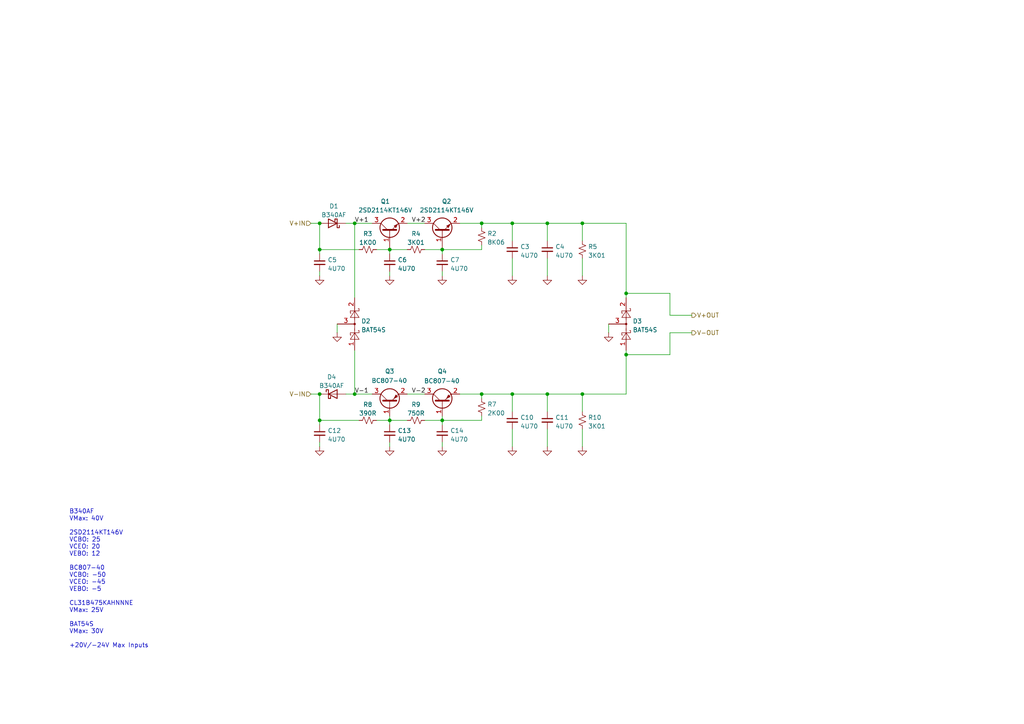
<source format=kicad_sch>
(kicad_sch (version 20231120) (generator "eeschema") (generator_version "8.0")
  (paper "A4")
  (title_block (title "Coil Pre-Amp") (date "2025-06-30") (rev "0.1.X") (company "ElectroOptical Innovations"))
  (lib_symbols
    (symbol "BAT54S_1" (pin_names (offset 0) hide)
      (property "Reference" "D" (at 2.54 -5.08 0))
      (property "Value" "BAT54S" (at -6.35 3.175 0))
      (symbol "BAT54S_1_0_1"
        (polyline (pts (xy -3.81 0) (xy -1.27 0)))
        (polyline (pts (xy -3.175 -1.27) (xy -3.175 -1.016)))
        (polyline (pts (xy -2.54 -1.27) (xy -3.175 -1.27)))
        (polyline (pts (xy -2.54 -1.27) (xy -2.54 1.27)))
        (polyline (pts (xy -2.54 1.27) (xy -1.905 1.27)))
        (polyline (pts (xy -1.905 0) (xy 1.905 0)))
        (polyline (pts (xy -1.905 1.27) (xy -1.905 1.016)))
        (polyline (pts (xy 1.27 0) (xy 3.81 0)))
        (polyline (pts (xy 3.175 -1.27) (xy 3.175 -1.016)))
        (polyline (pts (xy 3.81 -1.27) (xy 3.175 -1.27)))
        (polyline (pts (xy 3.81 -1.27) (xy 3.81 1.27)))
        (polyline (pts (xy 3.81 1.27) (xy 4.445 1.27)))
        (polyline (pts (xy 4.445 1.27) (xy 4.445 1.016)))
        (polyline (pts (xy -4.445 1.27) (xy -4.445 -1.27) (xy -2.54 0) (xy -4.445 1.27)))
        (polyline (pts (xy 1.905 1.27) (xy 1.905 -1.27) (xy 3.81 0) (xy 1.905 1.27)))
        (circle (center 0 0) (radius 0.254) (fill (type outline)))
      )
      (symbol "BAT54S_1_1_1"
        (pin passive line (at -7.62 0 0) (length 3.81) (name "A") (number "1"))
        (pin passive line (at 7.62 0 180) (length 3.81) (name "K") (number "2"))
        (pin passive line (at 0 -5.08 90) (length 5.08) (name "COM") (number "3"))
      )
    )
    (symbol "Device:C_Small" (pin_numbers hide) (pin_names (offset 0.254) hide)
      (property "Reference" "C" (at 0.254 1.778 0))
      (property "Value" "C_Small" (at 0.254 -2.032 0))
      (symbol "C_Small_0_1"
        (polyline (pts (xy -1.524 -0.508) (xy 1.524 -0.508)) (stroke (width 0.3302)))
        (polyline (pts (xy -1.524 0.508) (xy 1.524 0.508)) (stroke (width 0.3048)))
      )
      (symbol "C_Small_1_1"
        (pin passive line (at 0 2.54 270) (length 2.032) (name "~") (number "1"))
        (pin passive line (at 0 -2.54 90) (length 2.032) (name "~") (number "2"))
      )
    )
    (symbol "Device:R_Small_US" (pin_numbers hide) (pin_names (offset 0.254) hide)
      (property "Reference" "R" (at 0.762 0.508 0))
      (property "Value" "R_Small_US" (at 0.762 -1.016 0))
      (symbol "R_Small_US_1_1"
        (polyline (pts (xy 0 0) (xy 1.016 -0.381) (xy 0 -0.762) (xy -1.016 -1.143) (xy 0 -1.524)))
        (polyline (pts (xy 0 1.524) (xy 1.016 1.143) (xy 0 0.762) (xy -1.016 0.381) (xy 0 0)))
        (pin passive line (at 0 2.54 270) (length 1.016) (name "~") (number "1"))
        (pin passive line (at 0 -2.54 90) (length 1.016) (name "~") (number "2"))
      )
    )
    (symbol "Diode:B340" (pin_numbers hide) (pin_names (offset 1.016) hide)
      (property "Reference" "D" (at 0 2.54 0))
      (property "Value" "B340" (at 0 -2.54 0))
      (symbol "B340_0_1"
        (polyline (pts (xy 1.27 0) (xy -1.27 0)))
        (polyline (pts (xy 1.27 1.27) (xy 1.27 -1.27) (xy -1.27 0) (xy 1.27 1.27)) (stroke (width 0.254)))
        (polyline (pts (xy -1.905 0.635) (xy -1.905 1.27) (xy -1.27 1.27) (xy -1.27 -1.27) (xy -0.635 -1.27) (xy -0.635 -0.635)) (stroke (width 0.254)))
      )
      (symbol "B340_1_1"
        (pin passive line (at -3.81 0 0) (length 2.54) (name "K") (number "1"))
        (pin passive line (at 3.81 0 180) (length 2.54) (name "A") (number "2"))
      )
    )
    (symbol "Diode:BAT54S" (pin_names (offset 0) hide)
      (property "Reference" "D" (at 2.54 -5.08 0))
      (property "Value" "BAT54S" (at -6.35 3.175 0))
      (symbol "BAT54S_0_1"
        (polyline (pts (xy -3.81 0) (xy -1.27 0)))
        (polyline (pts (xy -3.175 -1.27) (xy -3.175 -1.016)))
        (polyline (pts (xy -2.54 -1.27) (xy -3.175 -1.27)))
        (polyline (pts (xy -2.54 -1.27) (xy -2.54 1.27)))
        (polyline (pts (xy -2.54 1.27) (xy -1.905 1.27)))
        (polyline (pts (xy -1.905 0) (xy 1.905 0)))
        (polyline (pts (xy -1.905 1.27) (xy -1.905 1.016)))
        (polyline (pts (xy 1.27 0) (xy 3.81 0)))
        (polyline (pts (xy 3.175 -1.27) (xy 3.175 -1.016)))
        (polyline (pts (xy 3.81 -1.27) (xy 3.175 -1.27)))
        (polyline (pts (xy 3.81 -1.27) (xy 3.81 1.27)))
        (polyline (pts (xy 3.81 1.27) (xy 4.445 1.27)))
        (polyline (pts (xy 4.445 1.27) (xy 4.445 1.016)))
        (polyline (pts (xy -4.445 1.27) (xy -4.445 -1.27) (xy -2.54 0) (xy -4.445 1.27)))
        (polyline (pts (xy 1.905 1.27) (xy 1.905 -1.27) (xy 3.81 0) (xy 1.905 1.27)))
        (circle (center 0 0) (radius 0.254) (fill (type outline)))
      )
      (symbol "BAT54S_1_1"
        (pin passive line (at -7.62 0 0) (length 3.81) (name "A") (number "1"))
        (pin passive line (at 7.62 0 180) (length 3.81) (name "K") (number "2"))
        (pin passive line (at 0 -5.08 90) (length 5.08) (name "COM") (number "3"))
      )
    )
    (symbol "EOI_Transistors:2SD2114KT146V" (pin_names (offset 0) hide)
      (property "Reference" "Q" (at 5.08 1.27 0))
      (property "Value" "2SD2114KT146V" (at 5.08 -1.27 0))
      (symbol "2SD2114KT146V_0_1"
        (polyline (pts (xy 0.635 0.635) (xy 2.54 2.54)))
        (polyline (pts (xy 0.635 -0.635) (xy 2.54 -2.54) (xy 2.54 -2.54)))
        (polyline (pts (xy 0.635 1.905) (xy 0.635 -1.905) (xy 0.635 -1.905)) (stroke (width 0.508)))
        (polyline (pts (xy 1.27 -1.778) (xy 1.778 -1.27) (xy 2.286 -2.286) (xy 1.27 -1.778) (xy 1.27 -1.778)) (fill (type outline)))
        (circle (center 1.27 0) (radius 2.8194) (stroke (width 0.254)))
      )
      (symbol "2SD2114KT146V_1_1"
        (pin input line (at -5.08 0 0) (length 5.715) (name "B") (number "1"))
        (pin passive line (at 2.54 -5.08 90) (length 2.54) (name "E") (number "2"))
        (pin passive line (at 2.54 5.08 270) (length 2.54) (name "C") (number "3"))
      )
    )
    (symbol "EOI_Transistors:BC807-40" (pin_names (offset 0) hide)
      (property "Reference" "Q" (at 5.08 1.27 0))
      (property "Value" "BC807-40" (at 5.08 -1.27 0))
      (symbol "BC807-40_0_1"
        (polyline (pts (xy -1.27 0) (xy 0.635 0)))
        (polyline (pts (xy 0.635 0.635) (xy 2.54 2.54)))
        (polyline (pts (xy 0.635 -0.635) (xy 2.54 -2.54) (xy 2.54 -2.54)))
        (polyline (pts (xy 0.635 1.905) (xy 0.635 -1.905) (xy 0.635 -1.905)) (stroke (width 0.508)))
        (polyline (pts (xy 2.286 -1.778) (xy 1.778 -2.286) (xy 1.27 -1.27) (xy 2.286 -1.778) (xy 2.286 -1.778)) (fill (type outline)))
        (circle (center 1.27 0) (radius 2.8194) (stroke (width 0.254)))
      )
      (symbol "BC807-40_1_1"
        (pin input line (at -3.81 0 0) (length 2.54) (name "B") (number "1"))
        (pin passive line (at 2.54 -5.08 90) (length 2.54) (name "E") (number "2"))
        (pin passive line (at 2.54 5.08 270) (length 2.54) (name "C") (number "3"))
      )
    )
    (symbol "power:GND" (power) (pin_numbers hide) (pin_names (offset 0) hide)
      (property "Value" "GND" (at 0 -3.81 0))
      (symbol "GND_0_1"
        (polyline (pts (xy 0 0) (xy 0 -1.27) (xy 1.27 -1.27) (xy 0 -2.54) (xy -1.27 -1.27) (xy 0 -1.27)))
      )
      (symbol "GND_1_1"
        (pin power_in line (at 0 0 270) (length 0) (name "~") (number "1"))
      )
    )
  )
  (junction (at 139.7 114.3))
  (junction (at 148.59 64.77))
  (junction (at 128.27 121.92))
  (junction (at 102.87 114.3))
  (junction (at 148.59 114.3))
  (junction (at 92.71 114.3))
  (junction (at 92.71 64.77))
  (junction (at 181.61 85.09))
  (junction (at 113.03 72.39))
  (junction (at 158.75 114.3))
  (junction (at 139.7 64.77))
  (junction (at 92.71 121.92))
  (junction (at 92.71 72.39))
  (junction (at 158.75 64.77))
  (junction (at 128.27 72.39))
  (junction (at 181.61 102.87))
  (junction (at 168.91 114.3))
  (junction (at 168.91 64.77))
  (junction (at 113.03 121.92))
  (junction (at 102.87 64.77))
  (wire (pts (xy 158.75 69.85) (xy 158.75 64.77)))
  (wire (pts (xy 118.11 72.39) (xy 113.03 72.39)))
  (wire (pts (xy 113.03 129.54) (xy 113.03 128.27)))
  (wire (pts (xy 92.71 121.92) (xy 104.14 121.92)))
  (wire (pts (xy 102.87 101.6) (xy 102.87 114.3)))
  (wire (pts (xy 168.91 129.54) (xy 168.91 124.46)))
  (wire (pts (xy 118.11 121.92) (xy 113.03 121.92)))
  (wire (pts (xy 158.75 119.38) (xy 158.75 114.3)))
  (wire (pts (xy 97.79 96.52) (xy 97.79 93.98)))
  (wire (pts (xy 148.59 64.77) (xy 148.59 69.85)))
  (wire (pts (xy 168.91 119.38) (xy 168.91 114.3)))
  (wire (pts (xy 181.61 85.09) (xy 181.61 86.36)))
  (wire (pts (xy 92.71 72.39) (xy 92.71 64.77)))
  (wire (pts (xy 139.7 114.3) (xy 133.35 114.3)))
  (wire (pts (xy 148.59 80.01) (xy 148.59 74.93)))
  (wire (pts (xy 128.27 73.66) (xy 128.27 72.39)))
  (wire (pts (xy 139.7 114.3) (xy 148.59 114.3)))
  (wire (pts (xy 139.7 64.77) (xy 148.59 64.77)))
  (wire (pts (xy 181.61 114.3) (xy 168.91 114.3)))
  (wire (pts (xy 194.31 102.87) (xy 181.61 102.87)))
  (wire (pts (xy 158.75 129.54) (xy 158.75 124.46)))
  (wire (pts (xy 92.71 80.01) (xy 92.71 78.74)))
  (wire (pts (xy 128.27 72.39) (xy 123.19 72.39)))
  (wire (pts (xy 139.7 115.57) (xy 139.7 114.3)))
  (wire (pts (xy 158.75 80.01) (xy 158.75 74.93)))
  (wire (pts (xy 102.87 114.3) (xy 107.95 114.3)))
  (wire (pts (xy 128.27 121.92) (xy 123.19 121.92)))
  (wire (pts (xy 148.59 114.3) (xy 158.75 114.3)))
  (wire (pts (xy 113.03 120.65) (xy 113.03 121.92)))
  (wire (pts (xy 90.17 114.3) (xy 92.71 114.3)))
  (wire (pts (xy 148.59 64.77) (xy 158.75 64.77)))
  (wire (pts (xy 128.27 120.65) (xy 128.27 121.92)))
  (wire (pts (xy 168.91 64.77) (xy 181.61 64.77)))
  (wire (pts (xy 181.61 64.77) (xy 181.61 85.09)))
  (wire (pts (xy 92.71 129.54) (xy 92.71 128.27)))
  (wire (pts (xy 194.31 96.52) (xy 194.31 102.87)))
  (wire (pts (xy 200.66 91.44) (xy 194.31 91.44)))
  (wire (pts (xy 128.27 129.54) (xy 128.27 128.27)))
  (wire (pts (xy 109.22 121.92) (xy 113.03 121.92)))
  (wire (pts (xy 113.03 73.66) (xy 113.03 72.39)))
  (wire (pts (xy 109.22 72.39) (xy 113.03 72.39)))
  (wire (pts (xy 139.7 121.92) (xy 128.27 121.92)))
  (wire (pts (xy 90.17 64.77) (xy 92.71 64.77)))
  (wire (pts (xy 107.95 64.77) (xy 102.87 64.77)))
  (wire (pts (xy 100.33 114.3) (xy 102.87 114.3)))
  (wire (pts (xy 123.19 64.77) (xy 118.11 64.77)))
  (wire (pts (xy 176.53 96.52) (xy 176.53 93.98)))
  (wire (pts (xy 139.7 120.65) (xy 139.7 121.92)))
  (wire (pts (xy 168.91 80.01) (xy 168.91 74.93)))
  (wire (pts (xy 102.87 64.77) (xy 100.33 64.77)))
  (wire (pts (xy 92.71 123.19) (xy 92.71 121.92)))
  (wire (pts (xy 128.27 123.19) (xy 128.27 121.92)))
  (wire (pts (xy 139.7 72.39) (xy 128.27 72.39)))
  (wire (pts (xy 139.7 71.12) (xy 139.7 72.39)))
  (wire (pts (xy 92.71 121.92) (xy 92.71 114.3)))
  (wire (pts (xy 118.11 114.3) (xy 123.19 114.3)))
  (wire (pts (xy 92.71 73.66) (xy 92.71 72.39)))
  (wire (pts (xy 148.59 114.3) (xy 148.59 119.38)))
  (wire (pts (xy 158.75 114.3) (xy 168.91 114.3)))
  (wire (pts (xy 158.75 64.77) (xy 168.91 64.77)))
  (wire (pts (xy 139.7 66.04) (xy 139.7 64.77)))
  (wire (pts (xy 102.87 86.36) (xy 102.87 64.77)))
  (wire (pts (xy 148.59 129.54) (xy 148.59 124.46)))
  (wire (pts (xy 194.31 91.44) (xy 194.31 85.09)))
  (wire (pts (xy 168.91 69.85) (xy 168.91 64.77)))
  (wire (pts (xy 113.03 80.01) (xy 113.03 78.74)))
  (wire (pts (xy 200.66 96.52) (xy 194.31 96.52)))
  (wire (pts (xy 128.27 80.01) (xy 128.27 78.74)))
  (wire (pts (xy 139.7 64.77) (xy 133.35 64.77)))
  (wire (pts (xy 181.61 101.6) (xy 181.61 102.87)))
  (wire (pts (xy 113.03 123.19) (xy 113.03 121.92)))
  (wire (pts (xy 92.71 72.39) (xy 104.14 72.39)))
  (wire (pts (xy 194.31 85.09) (xy 181.61 85.09)))
  (wire (pts (xy 181.61 102.87) (xy 181.61 114.3)))
  (text "B340AF\nVMax: 40V\n\n2SD2114KT146V\nVCBO: 25\nVCEO: 20\nVEBO: 12\n\nBC807-40\nVCBO: -50\nVCEO: -45\nVEBO: -5\n\nCL31B475KAHNNNE\nVMax: 25V\n\nBAT54S\nVMax: 30V\n\n+20V/-24V Max Inputs" (at 20.066 167.894 0) (effects (font (size 1.27 1.27)) (justify left)))
  (label "V+2" (at 119.38 64.77 0))
  (label "V-2" (at 119.38 114.3 0))
  (label "V+1" (at 102.87 64.77 0))
  (label "V-1" (at 102.87 114.3 0))
  (hierarchical_label "V-OUT" (shape output) (at 200.66 96.52 0))
  (hierarchical_label "V-IN" (shape input) (at 90.17 114.3 180))
  (hierarchical_label "V+OUT" (shape output) (at 200.66 91.44 0))
  (hierarchical_label "V+IN" (shape input) (at 90.17 64.77 180))
  (symbol (lib_id "Device:R_Small_US") (at 139.7 118.11 180) (unit 1)
    (property "Reference" "R7" (at 141.351 117.2753 0) (effects (justify right)))
    (property "Value" "2K00" (at 141.351 119.8122 0) (effects (justify right)))
    (property "Footprint" "Resistor_SMD:R_0402_1005Metric" (effects (hide yes)))
  )
  (symbol (lib_id "Device:C_Small") (at 92.71 76.2 0) (unit 1)
    (property "Reference" "C5" (at 95.0341 75.3716 0) (effects (justify left)))
    (property "Value" "4U70" (at 95.0341 77.9085 0) (effects (justify left)))
    (property "Footprint" "Capacitor_SMD:C_1206_3216Metric" (effects (hide yes)))
    (property "LCSC" "C1872" (effects (hide yes)))
    (property "ManuNum" "CL31B475KAHNNNE" (effects (hide yes)))
  )
  (symbol (lib_id "Device:C_Small") (at 128.27 125.73 0) (unit 1)
    (property "Reference" "C14" (at 130.5941 124.9016 0) (effects (justify left)))
    (property "Value" "4U70" (at 130.5941 127.4385 0) (effects (justify left)))
    (property "Footprint" "Capacitor_SMD:C_1206_3216Metric" (effects (hide yes)))
    (property "LCSC" "C1872" (effects (hide yes)))
    (property "ManuNum" "CL31B475KAHNNNE" (effects (hide yes)))
  )
  (symbol (lib_id "power:GND") (at 148.59 80.01 0) (unit 1)
    (property "Reference" "#PWR10" (effects (hide yes)))
    (property "Value" "GND" (effects (hide yes)))
  )
  (symbol (lib_id "Diode:B340") (at 96.52 64.77 180) (unit 1)
    (property "Reference" "D1" (at 96.8375 59.8002 0))
    (property "Value" "B340AF" (at 96.8375 62.3371 0))
    (property "Footprint" "Library:D_SMA" (effects (hide yes)))
    (property "Datasheet" "http://www.jameco.com/Jameco/Products/ProdDS/1538777.pdf" (effects (hide yes)))
    (property "LCSC" "C85098" (effects (hide yes)))
    (property "ManuNum" "B340A-13-F" (effects (hide yes)))
  )
  (symbol (lib_id "power:GND") (at 113.03 129.54 0) (unit 1)
    (property "Reference" "#PWR7" (effects (hide yes)))
    (property "Value" "GND" (effects (hide yes)))
  )
  (symbol (lib_id "Device:R_Small_US") (at 139.7 68.58 180) (unit 1)
    (property "Reference" "R2" (at 141.351 67.7453 0) (effects (justify right)))
    (property "Value" "8K06" (at 141.351 70.2822 0) (effects (justify right)))
    (property "Footprint" "Resistor_SMD:R_0402_1005Metric" (effects (hide yes)))
  )
  (symbol (lib_id "EOI_Transistors:2SD2114KT146V") (at 113.03 67.31 90) (unit 1)
    (property "Reference" "Q1" (at 111.76 58.42 90))
    (property "Value" "2SD2114KT146V" (at 111.76 60.96 90))
    (property "Footprint" "Package_TO_SOT_SMD:SOT-23" (effects (hide yes)))
    (property "Datasheet" "https://media.digikey.com/pdf/Data%20Sheets/Rohm%20PDFs/2SD2114K,2SD2144S.pdf" (effects (hide yes)))
    (property "LCSC" "C308659" (effects (hide yes)))
    (property "ManuNum" "2SD2114KT146V" (effects (hide yes)))
  )
  (symbol (lib_id "Device:R_Small_US") (at 168.91 121.92 180) (unit 1)
    (property "Reference" "R10" (at 170.561 121.0853 0) (effects (justify right)))
    (property "Value" "3K01" (at 170.561 123.6222 0) (effects (justify right)))
    (property "Footprint" "Resistor_SMD:R_0402_1005Metric" (effects (hide yes)))
  )
  (symbol (lib_id "Device:R_Small_US") (at 120.65 72.39 90) (unit 1)
    (property "Reference" "R4" (at 120.65 67.8012 90))
    (property "Value" "3K01" (at 120.65 70.3381 90))
    (property "Footprint" "Resistor_SMD:R_0402_1005Metric" (effects (hide yes)))
  )
  (symbol (lib_id "power:GND") (at 158.75 129.54 0) (unit 1)
    (property "Reference" "#PWR13" (effects (hide yes)))
    (property "Value" "GND" (effects (hide yes)))
  )
  (symbol (lib_id "Device:R_Small_US") (at 106.68 121.92 90) (unit 1)
    (property "Reference" "R8" (at 106.68 117.3312 90))
    (property "Value" "390R" (at 106.68 119.8681 90))
    (property "Footprint" "Resistor_SMD:R_0402_1005Metric" (effects (hide yes)))
  )
  (symbol (lib_id "EOI_Transistors:BC807-40") (at 128.27 116.84 90) (unit 1)
    (property "Reference" "Q4" (at 128.27 107.696 90))
    (property "Value" "BC807-40" (at 133.35 110.49 90) (effects (justify left)))
    (property "Footprint" "Package_TO_SOT_SMD:SOT-23" (effects (hide yes)))
    (property "Datasheet" "https://datasheet.lcsc.com/lcsc/1811141223_Nexperia-BC807-40-215_C57316.pdf" (effects (hide yes)))
    (property "LCSC" "C57316" (effects (hide yes)))
    (property "ManuNum" "BC807-40,215" (effects (hide yes)))
  )
  (symbol (lib_name "BAT54S_1") (lib_id "Diode:BAT54S") (at 181.61 93.98 270) (mirror x) (unit 1)
    (property "Reference" "D3" (at 183.515 93.1453 90) (effects (justify left)))
    (property "Value" "BAT54S" (at 183.515 95.6822 90) (effects (justify left)))
    (property "Footprint" "Package_TO_SOT_SMD:SOT-23" (effects (hide yes)))
    (property "Datasheet" "https://www.diodes.com/assets/Datasheets/ds11005.pdf" (effects (hide yes)))
    (property "LCSC" "C377935" (effects (hide yes)))
    (property "ManuNum" "BAT54SFILM" (effects (hide yes)))
  )
  (symbol (lib_id "Device:C_Small") (at 158.75 121.92 0) (unit 1)
    (property "Reference" "C11" (at 161.0741 121.0916 0) (effects (justify left)))
    (property "Value" "4U70" (at 161.0741 123.6285 0) (effects (justify left)))
    (property "Footprint" "Capacitor_SMD:C_1206_3216Metric" (effects (hide yes)))
    (property "LCSC" "C1872" (effects (hide yes)))
    (property "ManuNum" "CL31B475KAHNNNE" (effects (hide yes)))
  )
  (symbol (lib_id "Device:R_Small_US") (at 106.68 72.39 90) (unit 1)
    (property "Reference" "R3" (at 106.68 67.8012 90))
    (property "Value" "1K00" (at 106.68 70.3381 90))
    (property "Footprint" "Resistor_SMD:R_0402_1005Metric" (effects (hide yes)))
  )
  (symbol (lib_id "power:GND") (at 148.59 129.54 0) (unit 1)
    (property "Reference" "#PWR11" (effects (hide yes)))
    (property "Value" "GND" (effects (hide yes)))
  )
  (symbol (lib_id "power:GND") (at 128.27 80.01 0) (unit 1)
    (property "Reference" "#PWR8" (effects (hide yes)))
    (property "Value" "GND" (effects (hide yes)))
  )
  (symbol (lib_id "power:GND") (at 128.27 129.54 0) (unit 1)
    (property "Reference" "#PWR9" (effects (hide yes)))
    (property "Value" "GND" (effects (hide yes)))
  )
  (symbol (lib_id "power:GND") (at 176.53 96.52 0) (unit 1)
    (property "Reference" "#PWR16" (effects (hide yes)))
    (property "Value" "GND" (effects (hide yes)))
  )
  (symbol (lib_id "power:GND") (at 92.71 80.01 0) (unit 1)
    (property "Reference" "#PWR3" (effects (hide yes)))
    (property "Value" "GND" (effects (hide yes)))
  )
  (symbol (lib_id "Device:C_Small") (at 113.03 76.2 0) (unit 1)
    (property "Reference" "C6" (at 115.3541 75.3716 0) (effects (justify left)))
    (property "Value" "4U70" (at 115.3541 77.9085 0) (effects (justify left)))
    (property "Footprint" "Capacitor_SMD:C_1206_3216Metric" (effects (hide yes)))
    (property "LCSC" "C1872" (effects (hide yes)))
    (property "ManuNum" "CL31B475KAHNNNE" (effects (hide yes)))
  )
  (symbol (lib_id "Device:C_Small") (at 113.03 125.73 0) (unit 1)
    (property "Reference" "C13" (at 115.3541 124.9016 0) (effects (justify left)))
    (property "Value" "4U70" (at 115.3541 127.4385 0) (effects (justify left)))
    (property "Footprint" "Capacitor_SMD:C_1206_3216Metric" (effects (hide yes)))
    (property "LCSC" "C1872" (effects (hide yes)))
    (property "ManuNum" "CL31B475KAHNNNE" (effects (hide yes)))
  )
  (symbol (lib_id "Diode:B340") (at 96.52 114.3 0) (unit 1)
    (property "Reference" "D4" (at 96.2025 109.3302 0))
    (property "Value" "B340AF" (at 96.2025 111.8671 0))
    (property "Footprint" "Library:D_SMA" (effects (hide yes)))
    (property "Datasheet" "http://www.jameco.com/Jameco/Products/ProdDS/1538777.pdf" (effects (hide yes)))
    (property "LCSC" "C85098" (effects (hide yes)))
    (property "ManuNum" "B340A-13-F" (effects (hide yes)))
  )
  (symbol (lib_id "power:GND") (at 92.71 129.54 0) (unit 1)
    (property "Reference" "#PWR4" (effects (hide yes)))
    (property "Value" "GND" (effects (hide yes)))
  )
  (symbol (lib_id "Device:R_Small_US") (at 120.65 121.92 90) (unit 1)
    (property "Reference" "R9" (at 120.65 117.3312 90))
    (property "Value" "750R" (at 120.65 119.8681 90))
    (property "Footprint" "Resistor_SMD:R_0402_1005Metric" (effects (hide yes)))
  )
  (symbol (lib_id "power:GND") (at 97.79 96.52 0) (unit 1)
    (property "Reference" "#PWR5" (effects (hide yes)))
    (property "Value" "GND" (effects (hide yes)))
  )
  (symbol (lib_id "Device:C_Small") (at 158.75 72.39 0) (unit 1)
    (property "Reference" "C4" (at 161.0741 71.5616 0) (effects (justify left)))
    (property "Value" "4U70" (at 161.0741 74.0985 0) (effects (justify left)))
    (property "Footprint" "Capacitor_SMD:C_1206_3216Metric" (effects (hide yes)))
    (property "LCSC" "C1872" (effects (hide yes)))
    (property "ManuNum" "CL31B475KAHNNNE" (effects (hide yes)))
  )
  (symbol (lib_id "EOI_Transistors:2SD2114KT146V") (at 128.27 67.31 90) (unit 1)
    (property "Reference" "Q2" (at 129.54 58.42 90))
    (property "Value" "2SD2114KT146V" (at 129.54 60.96 90))
    (property "Footprint" "Package_TO_SOT_SMD:SOT-23" (effects (hide yes)))
    (property "Datasheet" "https://media.digikey.com/pdf/Data%20Sheets/Rohm%20PDFs/2SD2114K,2SD2144S.pdf" (effects (hide yes)))
    (property "LCSC" "C308659" (effects (hide yes)))
    (property "ManuNum" "2SD2114KT146V" (effects (hide yes)))
  )
  (symbol (lib_id "Device:C_Small") (at 128.27 76.2 0) (unit 1)
    (property "Reference" "C7" (at 130.5941 75.3716 0) (effects (justify left)))
    (property "Value" "4U70" (at 130.5941 77.9085 0) (effects (justify left)))
    (property "Footprint" "Capacitor_SMD:C_1206_3216Metric" (effects (hide yes)))
    (property "LCSC" "C1872" (effects (hide yes)))
    (property "ManuNum" "CL31B475KAHNNNE" (effects (hide yes)))
  )
  (symbol (lib_id "Diode:BAT54S") (at 102.87 93.98 270) (mirror x) (unit 1)
    (property "Reference" "D2" (at 104.775 93.1453 90) (effects (justify left)))
    (property "Value" "BAT54S" (at 104.775 95.6822 90) (effects (justify left)))
    (property "Footprint" "Package_TO_SOT_SMD:SOT-23" (effects (hide yes)))
    (property "Datasheet" "https://www.diodes.com/assets/Datasheets/ds11005.pdf" (effects (hide yes)))
    (property "LCSC" "C377935" (effects (hide yes)))
    (property "ManuNum" "BAT54SFILM" (effects (hide yes)))
  )
  (symbol (lib_id "Device:C_Small") (at 148.59 72.39 0) (unit 1)
    (property "Reference" "C3" (at 150.9141 71.5616 0) (effects (justify left)))
    (property "Value" "4U70" (at 150.9141 74.0985 0) (effects (justify left)))
    (property "Footprint" "Capacitor_SMD:C_1206_3216Metric" (effects (hide yes)))
    (property "LCSC" "C1872" (effects (hide yes)))
    (property "ManuNum" "CL31B475KAHNNNE" (effects (hide yes)))
  )
  (symbol (lib_id "power:GND") (at 168.91 129.54 0) (unit 1)
    (property "Reference" "#PWR15" (effects (hide yes)))
    (property "Value" "GND" (effects (hide yes)))
  )
  (symbol (lib_id "power:GND") (at 168.91 80.01 0) (unit 1)
    (property "Reference" "#PWR14" (effects (hide yes)))
    (property "Value" "GND" (effects (hide yes)))
  )
  (symbol (lib_id "EOI_Transistors:BC807-40") (at 113.03 116.84 90) (unit 1)
    (property "Reference" "Q3" (at 113.03 107.696 90))
    (property "Value" "BC807-40" (at 118.11 110.4052 90) (effects (justify left)))
    (property "Footprint" "Package_TO_SOT_SMD:SOT-23" (effects (hide yes)))
    (property "Datasheet" "https://datasheet.lcsc.com/lcsc/1811141223_Nexperia-BC807-40-215_C57316.pdf" (effects (hide yes)))
    (property "LCSC" "C57316" (effects (hide yes)))
    (property "ManuNum" "BC807-40,215" (effects (hide yes)))
  )
  (symbol (lib_id "power:GND") (at 158.75 80.01 0) (unit 1)
    (property "Reference" "#PWR12" (effects (hide yes)))
    (property "Value" "GND" (effects (hide yes)))
  )
  (symbol (lib_id "power:GND") (at 113.03 80.01 0) (unit 1)
    (property "Reference" "#PWR6" (effects (hide yes)))
    (property "Value" "GND" (effects (hide yes)))
  )
  (symbol (lib_id "Device:C_Small") (at 148.59 121.92 0) (unit 1)
    (property "Reference" "C10" (at 150.9141 121.0916 0) (effects (justify left)))
    (property "Value" "4U70" (at 150.9141 123.6285 0) (effects (justify left)))
    (property "Footprint" "Capacitor_SMD:C_1206_3216Metric" (effects (hide yes)))
    (property "LCSC" "C1872" (effects (hide yes)))
    (property "ManuNum" "CL31B475KAHNNNE" (effects (hide yes)))
  )
  (symbol (lib_id "Device:R_Small_US") (at 168.91 72.39 180) (unit 1)
    (property "Reference" "R5" (at 170.561 71.5553 0) (effects (justify right)))
    (property "Value" "3K01" (at 170.561 74.0922 0) (effects (justify right)))
    (property "Footprint" "Resistor_SMD:R_0402_1005Metric" (effects (hide yes)))
  )
  (symbol (lib_id "Device:C_Small") (at 92.71 125.73 0) (unit 1)
    (property "Reference" "C12" (at 95.0341 124.9016 0) (effects (justify left)))
    (property "Value" "4U70" (at 95.0341 127.4385 0) (effects (justify left)))
    (property "Footprint" "Capacitor_SMD:C_1206_3216Metric" (effects (hide yes)))
    (property "LCSC" "C1872" (effects (hide yes)))
    (property "ManuNum" "CL31B475KAHNNNE" (effects (hide yes)))
  )
)
</source>
